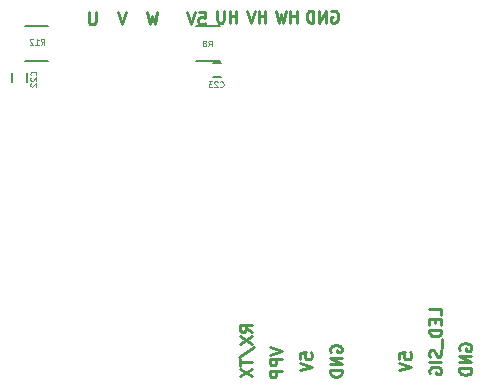
<source format=gbr>
G04 #@! TF.FileFunction,Legend,Bot*
%FSLAX46Y46*%
G04 Gerber Fmt 4.6, Leading zero omitted, Abs format (unit mm)*
G04 Created by KiCad (PCBNEW 4.0.5) date Wed Jan 11 14:09:31 2017*
%MOMM*%
%LPD*%
G01*
G04 APERTURE LIST*
%ADD10C,0.100000*%
%ADD11C,0.250000*%
%ADD12C,0.150000*%
%ADD13C,0.125000*%
G04 APERTURE END LIST*
D10*
D11*
X138002381Y-80261905D02*
X138002381Y-79785714D01*
X137002381Y-79785714D01*
X137478571Y-80595238D02*
X137478571Y-80928572D01*
X138002381Y-81071429D02*
X138002381Y-80595238D01*
X137002381Y-80595238D01*
X137002381Y-81071429D01*
X138002381Y-81500000D02*
X137002381Y-81500000D01*
X137002381Y-81738095D01*
X137050000Y-81880953D01*
X137145238Y-81976191D01*
X137240476Y-82023810D01*
X137430952Y-82071429D01*
X137573810Y-82071429D01*
X137764286Y-82023810D01*
X137859524Y-81976191D01*
X137954762Y-81880953D01*
X138002381Y-81738095D01*
X138002381Y-81500000D01*
X138097619Y-82261905D02*
X138097619Y-83023810D01*
X137954762Y-83214286D02*
X138002381Y-83357143D01*
X138002381Y-83595239D01*
X137954762Y-83690477D01*
X137907143Y-83738096D01*
X137811905Y-83785715D01*
X137716667Y-83785715D01*
X137621429Y-83738096D01*
X137573810Y-83690477D01*
X137526190Y-83595239D01*
X137478571Y-83404762D01*
X137430952Y-83309524D01*
X137383333Y-83261905D01*
X137288095Y-83214286D01*
X137192857Y-83214286D01*
X137097619Y-83261905D01*
X137050000Y-83309524D01*
X137002381Y-83404762D01*
X137002381Y-83642858D01*
X137050000Y-83785715D01*
X138002381Y-84214286D02*
X137002381Y-84214286D01*
X137050000Y-85214286D02*
X137002381Y-85119048D01*
X137002381Y-84976191D01*
X137050000Y-84833333D01*
X137145238Y-84738095D01*
X137240476Y-84690476D01*
X137430952Y-84642857D01*
X137573810Y-84642857D01*
X137764286Y-84690476D01*
X137859524Y-84738095D01*
X137954762Y-84833333D01*
X138002381Y-84976191D01*
X138002381Y-85071429D01*
X137954762Y-85214286D01*
X137907143Y-85261905D01*
X137573810Y-85261905D01*
X137573810Y-85071429D01*
X134452381Y-83959524D02*
X134452381Y-83483333D01*
X134928571Y-83435714D01*
X134880952Y-83483333D01*
X134833333Y-83578571D01*
X134833333Y-83816667D01*
X134880952Y-83911905D01*
X134928571Y-83959524D01*
X135023810Y-84007143D01*
X135261905Y-84007143D01*
X135357143Y-83959524D01*
X135404762Y-83911905D01*
X135452381Y-83816667D01*
X135452381Y-83578571D01*
X135404762Y-83483333D01*
X135357143Y-83435714D01*
X134452381Y-84292857D02*
X135452381Y-84626190D01*
X134452381Y-84959524D01*
X139600000Y-83238096D02*
X139552381Y-83142858D01*
X139552381Y-83000001D01*
X139600000Y-82857143D01*
X139695238Y-82761905D01*
X139790476Y-82714286D01*
X139980952Y-82666667D01*
X140123810Y-82666667D01*
X140314286Y-82714286D01*
X140409524Y-82761905D01*
X140504762Y-82857143D01*
X140552381Y-83000001D01*
X140552381Y-83095239D01*
X140504762Y-83238096D01*
X140457143Y-83285715D01*
X140123810Y-83285715D01*
X140123810Y-83095239D01*
X140552381Y-83714286D02*
X139552381Y-83714286D01*
X140552381Y-84285715D01*
X139552381Y-84285715D01*
X140552381Y-84761905D02*
X139552381Y-84761905D01*
X139552381Y-85000000D01*
X139600000Y-85142858D01*
X139695238Y-85238096D01*
X139790476Y-85285715D01*
X139980952Y-85333334D01*
X140123810Y-85333334D01*
X140314286Y-85285715D01*
X140409524Y-85238096D01*
X140504762Y-85142858D01*
X140552381Y-85000000D01*
X140552381Y-84761905D01*
X121952381Y-81702381D02*
X121476190Y-81369047D01*
X121952381Y-81130952D02*
X120952381Y-81130952D01*
X120952381Y-81511905D01*
X121000000Y-81607143D01*
X121047619Y-81654762D01*
X121142857Y-81702381D01*
X121285714Y-81702381D01*
X121380952Y-81654762D01*
X121428571Y-81607143D01*
X121476190Y-81511905D01*
X121476190Y-81130952D01*
X120952381Y-82035714D02*
X121952381Y-82702381D01*
X120952381Y-82702381D02*
X121952381Y-82035714D01*
X120904762Y-83797619D02*
X122190476Y-82940476D01*
X120952381Y-83988095D02*
X120952381Y-84559524D01*
X121952381Y-84273809D02*
X120952381Y-84273809D01*
X120952381Y-84797619D02*
X121952381Y-85464286D01*
X120952381Y-85464286D02*
X121952381Y-84797619D01*
X123502381Y-82966667D02*
X124502381Y-83300000D01*
X123502381Y-83633334D01*
X124502381Y-83966667D02*
X123502381Y-83966667D01*
X123502381Y-84347620D01*
X123550000Y-84442858D01*
X123597619Y-84490477D01*
X123692857Y-84538096D01*
X123835714Y-84538096D01*
X123930952Y-84490477D01*
X123978571Y-84442858D01*
X124026190Y-84347620D01*
X124026190Y-83966667D01*
X124502381Y-84966667D02*
X123502381Y-84966667D01*
X123502381Y-85347620D01*
X123550000Y-85442858D01*
X123597619Y-85490477D01*
X123692857Y-85538096D01*
X123835714Y-85538096D01*
X123930952Y-85490477D01*
X123978571Y-85442858D01*
X124026190Y-85347620D01*
X124026190Y-84966667D01*
X126052381Y-83959524D02*
X126052381Y-83483333D01*
X126528571Y-83435714D01*
X126480952Y-83483333D01*
X126433333Y-83578571D01*
X126433333Y-83816667D01*
X126480952Y-83911905D01*
X126528571Y-83959524D01*
X126623810Y-84007143D01*
X126861905Y-84007143D01*
X126957143Y-83959524D01*
X127004762Y-83911905D01*
X127052381Y-83816667D01*
X127052381Y-83578571D01*
X127004762Y-83483333D01*
X126957143Y-83435714D01*
X126052381Y-84292857D02*
X127052381Y-84626190D01*
X126052381Y-84959524D01*
X128650000Y-83388096D02*
X128602381Y-83292858D01*
X128602381Y-83150001D01*
X128650000Y-83007143D01*
X128745238Y-82911905D01*
X128840476Y-82864286D01*
X129030952Y-82816667D01*
X129173810Y-82816667D01*
X129364286Y-82864286D01*
X129459524Y-82911905D01*
X129554762Y-83007143D01*
X129602381Y-83150001D01*
X129602381Y-83245239D01*
X129554762Y-83388096D01*
X129507143Y-83435715D01*
X129173810Y-83435715D01*
X129173810Y-83245239D01*
X129602381Y-83864286D02*
X128602381Y-83864286D01*
X129602381Y-84435715D01*
X128602381Y-84435715D01*
X129602381Y-84911905D02*
X128602381Y-84911905D01*
X128602381Y-85150000D01*
X128650000Y-85292858D01*
X128745238Y-85388096D01*
X128840476Y-85435715D01*
X129030952Y-85483334D01*
X129173810Y-85483334D01*
X129364286Y-85435715D01*
X129459524Y-85388096D01*
X129554762Y-85292858D01*
X129602381Y-85150000D01*
X129602381Y-84911905D01*
X128711904Y-54550000D02*
X128807142Y-54502381D01*
X128949999Y-54502381D01*
X129092857Y-54550000D01*
X129188095Y-54645238D01*
X129235714Y-54740476D01*
X129283333Y-54930952D01*
X129283333Y-55073810D01*
X129235714Y-55264286D01*
X129188095Y-55359524D01*
X129092857Y-55454762D01*
X128949999Y-55502381D01*
X128854761Y-55502381D01*
X128711904Y-55454762D01*
X128664285Y-55407143D01*
X128664285Y-55073810D01*
X128854761Y-55073810D01*
X128235714Y-55502381D02*
X128235714Y-54502381D01*
X127664285Y-55502381D01*
X127664285Y-54502381D01*
X127188095Y-55502381D02*
X127188095Y-54502381D01*
X126950000Y-54502381D01*
X126807142Y-54550000D01*
X126711904Y-54645238D01*
X126664285Y-54740476D01*
X126616666Y-54930952D01*
X126616666Y-55073810D01*
X126664285Y-55264286D01*
X126711904Y-55359524D01*
X126807142Y-55454762D01*
X126950000Y-55502381D01*
X127188095Y-55502381D01*
X125807143Y-55502381D02*
X125807143Y-54502381D01*
X125807143Y-54978571D02*
X125235714Y-54978571D01*
X125235714Y-55502381D02*
X125235714Y-54502381D01*
X124854762Y-54502381D02*
X124616667Y-55502381D01*
X124426190Y-54788095D01*
X124235714Y-55502381D01*
X123997619Y-54502381D01*
X123114286Y-55502381D02*
X123114286Y-54502381D01*
X123114286Y-54978571D02*
X122542857Y-54978571D01*
X122542857Y-55502381D02*
X122542857Y-54502381D01*
X122209524Y-54502381D02*
X121876191Y-55502381D01*
X121542857Y-54502381D01*
X120659524Y-55502381D02*
X120659524Y-54502381D01*
X120659524Y-54978571D02*
X120088095Y-54978571D01*
X120088095Y-55502381D02*
X120088095Y-54502381D01*
X119611905Y-54502381D02*
X119611905Y-55311905D01*
X119564286Y-55407143D01*
X119516667Y-55454762D01*
X119421429Y-55502381D01*
X119230952Y-55502381D01*
X119135714Y-55454762D01*
X119088095Y-55407143D01*
X119040476Y-55311905D01*
X119040476Y-54502381D01*
X117490476Y-54652381D02*
X117966667Y-54652381D01*
X118014286Y-55128571D01*
X117966667Y-55080952D01*
X117871429Y-55033333D01*
X117633333Y-55033333D01*
X117538095Y-55080952D01*
X117490476Y-55128571D01*
X117442857Y-55223810D01*
X117442857Y-55461905D01*
X117490476Y-55557143D01*
X117538095Y-55604762D01*
X117633333Y-55652381D01*
X117871429Y-55652381D01*
X117966667Y-55604762D01*
X118014286Y-55557143D01*
X117157143Y-54652381D02*
X116823810Y-55652381D01*
X116490476Y-54652381D01*
X113978571Y-54652381D02*
X113740476Y-55652381D01*
X113549999Y-54938095D01*
X113359523Y-55652381D01*
X113121428Y-54652381D01*
X111333333Y-54652381D02*
X111000000Y-55652381D01*
X110666666Y-54652381D01*
X108735714Y-54652381D02*
X108735714Y-55461905D01*
X108688095Y-55557143D01*
X108640476Y-55604762D01*
X108545238Y-55652381D01*
X108354761Y-55652381D01*
X108259523Y-55604762D01*
X108211904Y-55557143D01*
X108164285Y-55461905D01*
X108164285Y-54652381D01*
D12*
X102750000Y-58725000D02*
X104750000Y-58725000D01*
X104750000Y-55775000D02*
X102750000Y-55775000D01*
X102900000Y-60500000D02*
X102900000Y-59800000D01*
X101700000Y-59800000D02*
X101700000Y-60500000D01*
X119350000Y-58900000D02*
X118650000Y-58900000D01*
X118650000Y-60100000D02*
X119350000Y-60100000D01*
X119250000Y-55775000D02*
X117250000Y-55775000D01*
X117250000Y-58725000D02*
X119250000Y-58725000D01*
D13*
X104121428Y-57376190D02*
X104288095Y-57138095D01*
X104407142Y-57376190D02*
X104407142Y-56876190D01*
X104216666Y-56876190D01*
X104169047Y-56900000D01*
X104145238Y-56923810D01*
X104121428Y-56971429D01*
X104121428Y-57042857D01*
X104145238Y-57090476D01*
X104169047Y-57114286D01*
X104216666Y-57138095D01*
X104407142Y-57138095D01*
X103645238Y-57376190D02*
X103930952Y-57376190D01*
X103788095Y-57376190D02*
X103788095Y-56876190D01*
X103835714Y-56947619D01*
X103883333Y-56995238D01*
X103930952Y-57019048D01*
X103454762Y-56923810D02*
X103430952Y-56900000D01*
X103383333Y-56876190D01*
X103264286Y-56876190D01*
X103216667Y-56900000D01*
X103192857Y-56923810D01*
X103169048Y-56971429D01*
X103169048Y-57019048D01*
X103192857Y-57090476D01*
X103478571Y-57376190D01*
X103169048Y-57376190D01*
X103678571Y-59978572D02*
X103702381Y-59954762D01*
X103726190Y-59883334D01*
X103726190Y-59835715D01*
X103702381Y-59764286D01*
X103654762Y-59716667D01*
X103607143Y-59692858D01*
X103511905Y-59669048D01*
X103440476Y-59669048D01*
X103345238Y-59692858D01*
X103297619Y-59716667D01*
X103250000Y-59764286D01*
X103226190Y-59835715D01*
X103226190Y-59883334D01*
X103250000Y-59954762D01*
X103273810Y-59978572D01*
X103273810Y-60169048D02*
X103250000Y-60192858D01*
X103226190Y-60240477D01*
X103226190Y-60359524D01*
X103250000Y-60407143D01*
X103273810Y-60430953D01*
X103321429Y-60454762D01*
X103369048Y-60454762D01*
X103440476Y-60430953D01*
X103726190Y-60145239D01*
X103726190Y-60454762D01*
X103273810Y-60645238D02*
X103250000Y-60669048D01*
X103226190Y-60716667D01*
X103226190Y-60835714D01*
X103250000Y-60883333D01*
X103273810Y-60907143D01*
X103321429Y-60930952D01*
X103369048Y-60930952D01*
X103440476Y-60907143D01*
X103726190Y-60621429D01*
X103726190Y-60930952D01*
X119271428Y-60928571D02*
X119295238Y-60952381D01*
X119366666Y-60976190D01*
X119414285Y-60976190D01*
X119485714Y-60952381D01*
X119533333Y-60904762D01*
X119557142Y-60857143D01*
X119580952Y-60761905D01*
X119580952Y-60690476D01*
X119557142Y-60595238D01*
X119533333Y-60547619D01*
X119485714Y-60500000D01*
X119414285Y-60476190D01*
X119366666Y-60476190D01*
X119295238Y-60500000D01*
X119271428Y-60523810D01*
X119080952Y-60523810D02*
X119057142Y-60500000D01*
X119009523Y-60476190D01*
X118890476Y-60476190D01*
X118842857Y-60500000D01*
X118819047Y-60523810D01*
X118795238Y-60571429D01*
X118795238Y-60619048D01*
X118819047Y-60690476D01*
X119104761Y-60976190D01*
X118795238Y-60976190D01*
X118628571Y-60476190D02*
X118319048Y-60476190D01*
X118485714Y-60666667D01*
X118414286Y-60666667D01*
X118366667Y-60690476D01*
X118342857Y-60714286D01*
X118319048Y-60761905D01*
X118319048Y-60880952D01*
X118342857Y-60928571D01*
X118366667Y-60952381D01*
X118414286Y-60976190D01*
X118557143Y-60976190D01*
X118604762Y-60952381D01*
X118628571Y-60928571D01*
X118283333Y-57526190D02*
X118450000Y-57288095D01*
X118569047Y-57526190D02*
X118569047Y-57026190D01*
X118378571Y-57026190D01*
X118330952Y-57050000D01*
X118307143Y-57073810D01*
X118283333Y-57121429D01*
X118283333Y-57192857D01*
X118307143Y-57240476D01*
X118330952Y-57264286D01*
X118378571Y-57288095D01*
X118569047Y-57288095D01*
X117997619Y-57240476D02*
X118045238Y-57216667D01*
X118069047Y-57192857D01*
X118092857Y-57145238D01*
X118092857Y-57121429D01*
X118069047Y-57073810D01*
X118045238Y-57050000D01*
X117997619Y-57026190D01*
X117902381Y-57026190D01*
X117854762Y-57050000D01*
X117830952Y-57073810D01*
X117807143Y-57121429D01*
X117807143Y-57145238D01*
X117830952Y-57192857D01*
X117854762Y-57216667D01*
X117902381Y-57240476D01*
X117997619Y-57240476D01*
X118045238Y-57264286D01*
X118069047Y-57288095D01*
X118092857Y-57335714D01*
X118092857Y-57430952D01*
X118069047Y-57478571D01*
X118045238Y-57502381D01*
X117997619Y-57526190D01*
X117902381Y-57526190D01*
X117854762Y-57502381D01*
X117830952Y-57478571D01*
X117807143Y-57430952D01*
X117807143Y-57335714D01*
X117830952Y-57288095D01*
X117854762Y-57264286D01*
X117902381Y-57240476D01*
M02*

</source>
